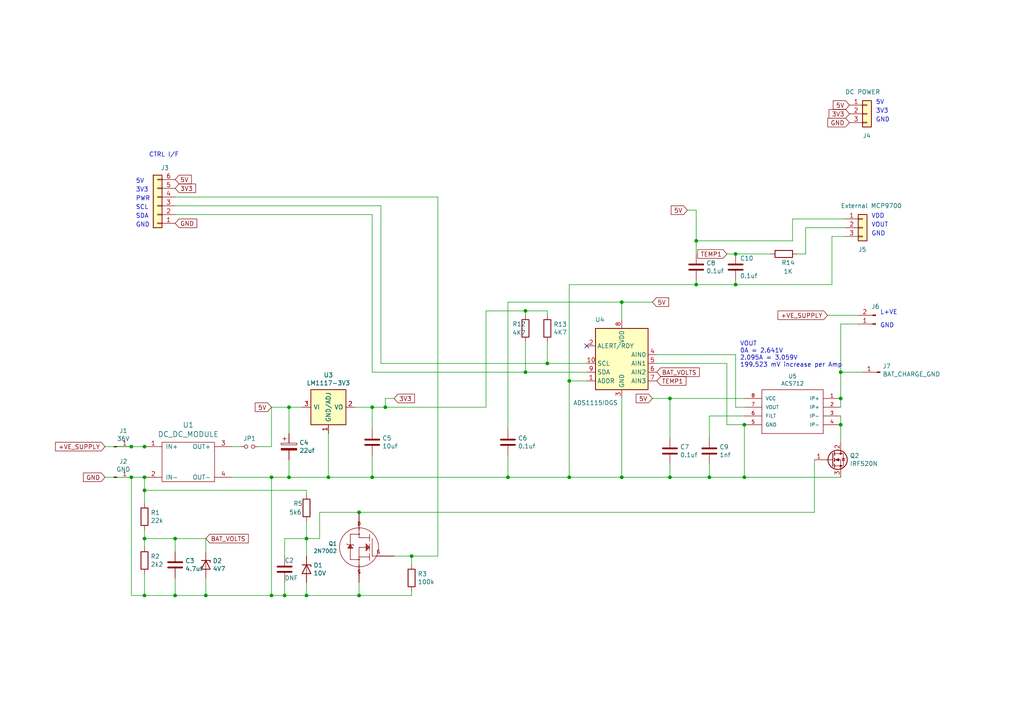
<source format=kicad_sch>
(kicad_sch (version 20211123) (generator eeschema)
  (paper "A4")
  (title_block (title "BatMon") (rev "1.0"))
  (lib_symbols
    (symbol "Analog_ADC:ADS1115IDGS"
      (property "Reference" "U" (at 2.54 13.97 0))
      (property "Value" "ADS1115IDGS" (at 7.62 11.43 0))
      (symbol "ADS1115IDGS_0_1"
        (rectangle (start -7.62 10.16) (end 7.62 -7.62) (stroke (width 0.254)) (fill (type background)))
      )
      (symbol "ADS1115IDGS_1_1"
        (pin input line (at 10.16 -5.08 180) (length 2.54) (name "ADDR") (number "1"))
        (pin input line (at 10.16 0 180) (length 2.54) (name "SCL") (number "10"))
        (pin output line (at 10.16 5.08 180) (length 2.54) (name "ALERT/RDY") (number "2"))
        (pin power_in line (at 0 -10.16 90) (length 2.54) (name "GND") (number "3"))
        (pin input line (at -10.16 2.54 0) (length 2.54) (name "AIN0") (number "4"))
        (pin input line (at -10.16 0 0) (length 2.54) (name "AIN1") (number "5"))
        (pin input line (at -10.16 -2.54 0) (length 2.54) (name "AIN2") (number "6"))
        (pin input line (at -10.16 -5.08 0) (length 2.54) (name "AIN3") (number "7"))
        (pin power_in line (at 0 12.7 270) (length 2.54) (name "VDD") (number "8"))
        (pin bidirectional line (at 10.16 -2.54 180) (length 2.54) (name "SDA") (number "9"))
      )
    )
    (symbol "Connector:Conn_01x01_Male" (pin_names (offset 1.016) hide)
      (property "Reference" "J" (at 0 2.54 0))
      (property "Value" "Conn_01x01_Male" (at 0 -2.54 0))
      (symbol "Conn_01x01_Male_1_1"
        (polyline (pts (xy 1.27 0) (xy 0.8636 0)) (stroke (width 0.1524)))
        (rectangle (start 0.8636 0.127) (end 0 -0.127) (stroke (width 0.1524)) (fill (type outline)))
        (pin passive line (at 5.08 0 180) (length 3.81) (name "Pin_1") (number "1"))
      )
    )
    (symbol "Connector:Conn_01x02_Male" (pin_names (offset 1.016) hide)
      (property "Reference" "J" (at 0 2.54 0))
      (property "Value" "Conn_01x02_Male" (at 0 -5.08 0))
      (symbol "Conn_01x02_Male_1_1"
        (polyline (pts (xy 1.27 -2.54) (xy 0.8636 -2.54)) (stroke (width 0.1524)))
        (polyline (pts (xy 1.27 0) (xy 0.8636 0)) (stroke (width 0.1524)))
        (rectangle (start 0.8636 -2.413) (end 0 -2.667) (stroke (width 0.1524)) (fill (type outline)))
        (rectangle (start 0.8636 0.127) (end 0 -0.127) (stroke (width 0.1524)) (fill (type outline)))
        (pin passive line (at 5.08 0 180) (length 3.81) (name "Pin_1") (number "1"))
        (pin passive line (at 5.08 -2.54 180) (length 3.81) (name "Pin_2") (number "2"))
      )
    )
    (symbol "Connector_Generic:Conn_01x03" (pin_names (offset 1.016) hide)
      (property "Reference" "J" (at 0 5.08 0))
      (property "Value" "Conn_01x03" (at 0 -5.08 0))
      (symbol "Conn_01x03_1_1"
        (rectangle (start -1.27 -2.413) (end 0 -2.667) (stroke (width 0.1524)))
        (rectangle (start -1.27 0.127) (end 0 -0.127) (stroke (width 0.1524)))
        (rectangle (start -1.27 2.667) (end 0 2.413) (stroke (width 0.1524)))
        (rectangle (start -1.27 3.81) (end 1.27 -3.81) (stroke (width 0.254)) (fill (type background)))
        (pin passive line (at -5.08 2.54 0) (length 3.81) (name "Pin_1") (number "1"))
        (pin passive line (at -5.08 0 0) (length 3.81) (name "Pin_2") (number "2"))
        (pin passive line (at -5.08 -2.54 0) (length 3.81) (name "Pin_3") (number "3"))
      )
    )
    (symbol "Connector_Generic:Conn_01x06" (pin_names (offset 1.016) hide)
      (property "Reference" "J" (at 0 7.62 0))
      (property "Value" "Conn_01x06" (at 0 -10.16 0))
      (symbol "Conn_01x06_1_1"
        (rectangle (start -1.27 -7.493) (end 0 -7.747) (stroke (width 0.1524)))
        (rectangle (start -1.27 -4.953) (end 0 -5.207) (stroke (width 0.1524)))
        (rectangle (start -1.27 -2.413) (end 0 -2.667) (stroke (width 0.1524)))
        (rectangle (start -1.27 0.127) (end 0 -0.127) (stroke (width 0.1524)))
        (rectangle (start -1.27 2.667) (end 0 2.413) (stroke (width 0.1524)))
        (rectangle (start -1.27 5.207) (end 0 4.953) (stroke (width 0.1524)))
        (rectangle (start -1.27 6.35) (end 1.27 -8.89) (stroke (width 0.254)) (fill (type background)))
        (pin passive line (at -5.08 5.08 0) (length 3.81) (name "Pin_1") (number "1"))
        (pin passive line (at -5.08 2.54 0) (length 3.81) (name "Pin_2") (number "2"))
        (pin passive line (at -5.08 0 0) (length 3.81) (name "Pin_3") (number "3"))
        (pin passive line (at -5.08 -2.54 0) (length 3.81) (name "Pin_4") (number "4"))
        (pin passive line (at -5.08 -5.08 0) (length 3.81) (name "Pin_5") (number "5"))
        (pin passive line (at -5.08 -7.62 0) (length 3.81) (name "Pin_6") (number "6"))
      )
    )
    (symbol "Device:C" (pin_numbers hide) (pin_names (offset 0.254))
      (property "Reference" "C" (at 0.635 2.54 0))
      (property "Value" "C" (at 0.635 -2.54 0))
      (symbol "C_0_1"
        (polyline (pts (xy -2.032 -0.762) (xy 2.032 -0.762)) (stroke (width 0.508)))
        (polyline (pts (xy -2.032 0.762) (xy 2.032 0.762)) (stroke (width 0.508)))
      )
      (symbol "C_1_1"
        (pin passive line (at 0 3.81 270) (length 2.794) (name "~") (number "1"))
        (pin passive line (at 0 -3.81 90) (length 2.794) (name "~") (number "2"))
      )
    )
    (symbol "Device:CP" (pin_numbers hide) (pin_names (offset 0.254))
      (property "Reference" "C" (at 0.635 2.54 0))
      (property "Value" "Device_CP" (at 0.635 -2.54 0))
      (symbol "CP_0_1"
        (rectangle (start -2.286 0.508) (end 2.286 1.016))
        (polyline (pts (xy -1.778 2.286) (xy -0.762 2.286)))
        (polyline (pts (xy -1.27 2.794) (xy -1.27 1.778)))
        (rectangle (start 2.286 -0.508) (end -2.286 -1.016) (fill (type outline)))
      )
      (symbol "CP_1_1"
        (pin passive line (at 0 3.81 270) (length 2.794) (name "~") (number "1"))
        (pin passive line (at 0 -3.81 90) (length 2.794) (name "~") (number "2"))
      )
    )
    (symbol "Device:D_Zener" (pin_numbers hide) (pin_names (offset 1.016) hide)
      (property "Reference" "D" (at 0 2.54 0))
      (property "Value" "D_Zener" (at 0 -2.54 0))
      (symbol "D_Zener_0_1"
        (polyline (pts (xy 1.27 0) (xy -1.27 0)))
        (polyline (pts (xy -1.27 -1.27) (xy -1.27 1.27) (xy -0.762 1.27)) (stroke (width 0.254)))
        (polyline (pts (xy 1.27 -1.27) (xy 1.27 1.27) (xy -1.27 0) (xy 1.27 -1.27)) (stroke (width 0.254)))
      )
      (symbol "D_Zener_1_1"
        (pin passive line (at -3.81 0 0) (length 2.54) (name "K") (number "1"))
        (pin passive line (at 3.81 0 180) (length 2.54) (name "A") (number "2"))
      )
    )
    (symbol "Device:Jumper_NO_Small" (pin_numbers hide) (pin_names (offset 0.762) hide)
      (property "Reference" "JP" (at 0 2.032 0))
      (property "Value" "Device_Jumper_NO_Small" (at 0.254 -1.524 0))
      (symbol "Jumper_NO_Small_0_1"
        (circle (center -1.016 0) (radius 0.508))
        (circle (center 1.016 0) (radius 0.508))
        (pin passive line (at -2.54 0 0) (length 1.016) (name "1") (number "1"))
        (pin passive line (at 2.54 0 180) (length 1.016) (name "2") (number "2"))
      )
    )
    (symbol "Device:Q_NMOS_GDS" (pin_names (offset 0) hide)
      (property "Reference" "Q" (at 5.08 1.27 0))
      (property "Value" "Q_NMOS_GDS" (at 5.08 -1.27 0))
      (symbol "Q_NMOS_GDS_0_1"
        (polyline (pts (xy 0.254 0) (xy -2.54 0)))
        (polyline (pts (xy 0.254 1.905) (xy 0.254 -1.905)) (stroke (width 0.254)))
        (polyline (pts (xy 0.762 -1.27) (xy 0.762 -2.286)) (stroke (width 0.254)))
        (polyline (pts (xy 0.762 0.508) (xy 0.762 -0.508)) (stroke (width 0.254)))
        (polyline (pts (xy 0.762 2.286) (xy 0.762 1.27)) (stroke (width 0.254)))
        (polyline (pts (xy 2.54 2.54) (xy 2.54 1.778)))
        (polyline (pts (xy 2.54 -2.54) (xy 2.54 0) (xy 0.762 0)))
        (polyline (pts (xy 0.762 -1.778) (xy 3.302 -1.778) (xy 3.302 1.778) (xy 0.762 1.778)))
        (polyline (pts (xy 1.016 0) (xy 2.032 0.381) (xy 2.032 -0.381) (xy 1.016 0)) (fill (type outline)))
        (polyline (pts (xy 2.794 0.508) (xy 2.921 0.381) (xy 3.683 0.381) (xy 3.81 0.254)))
        (polyline (pts (xy 3.302 0.381) (xy 2.921 -0.254) (xy 3.683 -0.254) (xy 3.302 0.381)))
        (circle (center 1.651 0) (radius 2.794) (stroke (width 0.254)))
        (circle (center 2.54 -1.778) (radius 0.254) (fill (type outline)))
        (circle (center 2.54 1.778) (radius 0.254) (fill (type outline)))
      )
      (symbol "Q_NMOS_GDS_1_1"
        (pin input line (at -5.08 0 0) (length 2.54) (name "G") (number "1"))
        (pin passive line (at 2.54 5.08 270) (length 2.54) (name "D") (number "2"))
        (pin passive line (at 2.54 -5.08 90) (length 2.54) (name "S") (number "3"))
      )
    )
    (symbol "Device:R" (pin_numbers hide) (pin_names (offset 0))
      (property "Reference" "R" (at 2.032 0 90))
      (property "Value" "R" (at 0 0 90))
      (symbol "R_0_1"
        (rectangle (start -1.016 -2.54) (end 1.016 2.54) (stroke (width 0.254)))
      )
      (symbol "R_1_1"
        (pin passive line (at 0 3.81 270) (length 1.27) (name "~") (number "1"))
        (pin passive line (at 0 -3.81 90) (length 1.27) (name "~") (number "2"))
      )
    )
    (symbol "pja_1:2N7002" (pin_numbers hide) (pin_names (offset 1.016) hide)
      (property "Reference" "Q" (at 6.604 0.762 0))
      (property "Value" "2N7002" (at 6.604 -1.524 0))
      (symbol "2N7002_1_0"
        (polyline (pts (xy -5.08 -2.54) (xy -3.81 -2.54)))
        (polyline (pts (xy -3.81 -2.54) (xy -3.81 2.54)))
        (polyline (pts (xy -3.048 -2.794) (xy -3.048 -3.81)))
        (polyline (pts (xy -3.048 -2.794) (xy 0 -2.794)))
        (polyline (pts (xy -3.048 -1.778) (xy -3.048 -2.794)))
        (polyline (pts (xy -3.048 0) (xy -3.048 -1.016)))
        (polyline (pts (xy -3.048 0) (xy -2.032 1.016)))
        (polyline (pts (xy -3.048 1.016) (xy -3.048 0)))
        (polyline (pts (xy -3.048 1.778) (xy -3.048 2.794)))
        (polyline (pts (xy -3.048 2.794) (xy -3.048 3.81)))
        (polyline (pts (xy -3.048 2.794) (xy 0 2.794)))
        (polyline (pts (xy -2.794 0) (xy -2.54 0.254)))
        (polyline (pts (xy -2.54 -0.508) (xy -3.048 0)))
        (polyline (pts (xy -2.54 -0.508) (xy -2.54 -0.254)))
        (polyline (pts (xy -2.54 -0.254) (xy -2.794 0)))
        (polyline (pts (xy -2.413 0.381) (xy -2.413 -0.381)))
        (polyline (pts (xy -2.286 0.508) (xy -2.286 -0.508)))
        (polyline (pts (xy -2.159 -0.762) (xy -2.159 0.762)))
        (polyline (pts (xy -2.032 -1.016) (xy -2.54 -0.508)))
        (polyline (pts (xy -2.032 0) (xy -2.032 -1.016)))
        (polyline (pts (xy -2.032 0) (xy 0 0)))
        (polyline (pts (xy -2.032 1.016) (xy -2.032 0)))
        (polyline (pts (xy 0 -3.556) (xy 0 -5.588)))
        (polyline (pts (xy 0 -2.794) (xy 0 -3.556)))
        (polyline (pts (xy 0 0) (xy 0 -2.794)))
        (polyline (pts (xy 0 2.794) (xy 0 3.81)))
        (polyline (pts (xy 0 3.81) (xy 0 5.588)))
        (polyline (pts (xy 0 3.81) (xy 2.54 3.81)))
        (polyline (pts (xy 1.778 -0.254) (xy 3.302 -0.254)))
        (polyline (pts (xy 1.778 0.762) (xy 1.524 0.508)))
        (polyline (pts (xy 2.159 0.127) (xy 2.54 0.127)))
        (polyline (pts (xy 2.286 0.254) (xy 2.413 0.381)))
        (polyline (pts (xy 2.54 -3.556) (xy 0 -3.556)))
        (polyline (pts (xy 2.54 -0.127) (xy 2.032 -0.127)))
        (polyline (pts (xy 2.54 -0.127) (xy 2.54 -3.556)))
        (polyline (pts (xy 2.54 -0.127) (xy 3.048 -0.127)))
        (polyline (pts (xy 2.54 0.127) (xy 2.54 -0.127)))
        (polyline (pts (xy 2.54 0.127) (xy 2.921 0.127)))
        (polyline (pts (xy 2.54 0.508) (xy 2.54 0.127)))
        (polyline (pts (xy 2.54 0.762) (xy 1.778 -0.254)))
        (polyline (pts (xy 2.54 0.762) (xy 1.778 0.762)))
        (polyline (pts (xy 2.54 0.762) (xy 2.54 0.508)))
        (polyline (pts (xy 2.54 0.762) (xy 3.302 0.762)))
        (polyline (pts (xy 2.54 3.81) (xy 2.54 0.762)))
        (polyline (pts (xy 2.921 0.127) (xy 2.54 0.508)))
        (polyline (pts (xy 3.302 -0.254) (xy 2.54 0.762)))
        (polyline (pts (xy 3.302 0.762) (xy 3.556 1.016)))
        (text "D" (at -0.0254 6.858 0) (effects (font (size 1.016 1.016))))
        (text "G" (at -5.6134 -1.27 0) (effects (font (size 1.016 1.016))))
        (text "S" (at -0.0254 -7.112 0) (effects (font (size 1.016 1.016))))
      )
      (symbol "2N7002_1_1"
        (circle (center 0 -3.556) (radius 0.127) (fill (type outline)))
        (circle (center 0 0) (radius 5.6642))
        (circle (center 0 3.81) (radius 0.127) (fill (type outline)))
        (pin tri_state line (at -10.16 -2.54 0) (length 5.08) (name "G") (number "1"))
        (pin passive line (at 0 -10.16 90) (length 5.08) (name "S") (number "2"))
        (pin passive line (at 0 10.16 270) (length 5.08) (name "D") (number "3"))
      )
    )
    (symbol "pja_1:ACS712" (pin_names (offset 1.016))
      (property "Reference" "U" (at -10.16 8.382 0))
      (property "Value" "ACS712" (at -10.16 -7.62 0))
      (symbol "ACS712_1_0"
        (polyline (pts (xy -10.16 -5.08) (xy -10.16 7.62)))
        (polyline (pts (xy -10.16 7.62) (xy 7.62 7.62)))
        (polyline (pts (xy 7.62 -5.08) (xy -10.16 -5.08)))
        (polyline (pts (xy 7.62 7.62) (xy 7.62 -5.08)))
      )
      (symbol "ACS712_1_1"
        (pin bidirectional line (at -15.24 5.08 0) (length 5.08) (name "IP+") (number "1"))
        (pin bidirectional line (at -15.24 2.54 0) (length 5.08) (name "IP+") (number "2"))
        (pin bidirectional line (at -15.24 0 0) (length 5.08) (name "IP-") (number "3"))
        (pin bidirectional line (at -15.24 -2.54 0) (length 5.08) (name "IP-") (number "4"))
        (pin power_in line (at 12.7 -2.54 180) (length 5.08) (name "GND") (number "5"))
        (pin bidirectional line (at 12.7 0 180) (length 5.08) (name "FILT") (number "6"))
        (pin bidirectional line (at 12.7 2.54 180) (length 5.08) (name "VOUT") (number "7"))
        (pin power_in line (at 12.7 5.08 180) (length 5.08) (name "VCC") (number "8"))
      )
    )
    (symbol "pja_1:DC_DC_MODULE" (pin_names (offset 1.016))
      (property "Reference" "U" (at 2.54 7.62 0))
      (property "Value" "DC_DC_MODULE" (at 2.54 -6.35 0))
      (symbol "DC_DC_MODULE_0_1"
        (rectangle (start -5.08 6.35) (end 10.16 -5.08))
      )
      (symbol "DC_DC_MODULE_1_1"
        (pin power_in line (at -10.16 5.08 0) (length 5.08) (name "IN+") (number "1"))
        (pin power_in line (at -10.16 -3.81 0) (length 5.08) (name "IN-") (number "2"))
        (pin power_out line (at 15.24 5.08 180) (length 5.08) (name "OUT+") (number "3"))
        (pin power_out line (at 15.24 -3.81 180) (length 5.08) (name "OUT-") (number "4"))
      )
    )
    (symbol "pja_1:LM1117-3V3" (pin_names (offset 0.762))
      (property "Reference" "U" (at 2.54 -6.35 0))
      (property "Value" "LM1117-3V3" (at 0 6.35 0))
      (symbol "LM1117-3V3_0_1"
        (rectangle (start -5.08 -5.08) (end 5.08 5.08) (stroke (width 0.254)) (fill (type background)))
      )
      (symbol "LM1117-3V3_1_1"
        (pin power_in line (at 0 -7.62 90) (length 2.54) (name "GND/ADJ") (number "1"))
        (pin power_out line (at 7.62 0 180) (length 2.54) (name "VO") (number "2"))
        (pin power_in line (at -7.62 0 0) (length 2.54) (name "VI") (number "3"))
      )
    )
  )
  (junction (at 111.76 118.11))
  (junction (at 41.91 156.21))
  (junction (at 88.9 172.72))
  (junction (at 50.8 172.72))
  (junction (at 243.84 107.95))
  (junction (at 88.9 156.21))
  (junction (at 152.4 90.17))
  (junction (at 158.75 105.41))
  (junction (at 82.55 172.72))
  (junction (at 215.9 138.43))
  (junction (at 41.91 142.24))
  (junction (at 243.84 123.19))
  (junction (at 194.31 138.43))
  (junction (at 205.74 138.43))
  (junction (at 180.34 87.63))
  (junction (at 83.82 118.11))
  (junction (at 119.38 161.29))
  (junction (at 243.84 115.57))
  (junction (at 38.1 129.54))
  (junction (at 165.1 110.49))
  (junction (at 213.36 82.55))
  (junction (at 41.91 172.72))
  (junction (at 180.34 138.43))
  (junction (at 107.95 118.11))
  (junction (at 59.69 172.72))
  (junction (at 165.1 138.43))
  (junction (at 152.4 107.95))
  (junction (at 41.91 138.43))
  (junction (at 50.8 156.21))
  (junction (at 41.91 129.54))
  (junction (at 201.93 69.85))
  (junction (at 78.74 172.72))
  (junction (at 213.36 73.66))
  (junction (at 107.95 138.43))
  (junction (at 83.82 138.43))
  (junction (at 194.31 115.57))
  (junction (at 95.25 138.43))
  (junction (at 147.32 138.43))
  (junction (at 201.93 82.55))
  (junction (at 38.1 138.43))
  (junction (at 215.9 123.19))
  (junction (at 78.74 138.43))
  (junction (at 104.14 172.72))
  (junction (at 104.14 148.59))
  (no_connect (at 170.18 100.33))
  (wire (pts (xy 78.74 118.11) (xy 78.74 129.54)))
  (wire (pts (xy 190.5 105.41) (xy 210.82 105.41)))
  (wire (pts (xy 215.9 123.19) (xy 215.9 138.43)))
  (wire (pts (xy 110.49 105.41) (xy 158.75 105.41)))
  (wire (pts (xy 165.1 110.49) (xy 165.1 138.43)))
  (wire (pts (xy 213.36 73.66) (xy 210.82 73.66)))
  (wire (pts (xy 180.34 87.63) (xy 189.23 87.63)))
  (wire (pts (xy 215.9 118.11) (xy 213.36 118.11)))
  (wire (pts (xy 41.91 142.24) (xy 88.9 142.24)))
  (wire (pts (xy 231.14 73.66) (xy 233.68 73.66)))
  (wire (pts (xy 41.91 172.72) (xy 38.1 172.72)))
  (wire (pts (xy 248.92 91.44) (xy 240.03 91.44)))
  (wire (pts (xy 213.36 118.11) (xy 213.36 102.87)))
  (wire (pts (xy 152.4 90.17) (xy 158.75 90.17)))
  (wire (pts (xy 243.84 107.95) (xy 250.19 107.95)))
  (wire (pts (xy 127 57.15) (xy 127 161.29)))
  (wire (pts (xy 83.82 118.11) (xy 78.74 118.11)))
  (wire (pts (xy 205.74 120.65) (xy 205.74 127)))
  (wire (pts (xy 119.38 172.72) (xy 104.14 172.72)))
  (wire (pts (xy 88.9 168.91) (xy 88.9 172.72)))
  (wire (pts (xy 88.9 142.24) (xy 88.9 143.51)))
  (wire (pts (xy 147.32 138.43) (xy 165.1 138.43)))
  (wire (pts (xy 119.38 163.83) (xy 119.38 161.29)))
  (wire (pts (xy 50.8 156.21) (xy 59.69 156.21)))
  (wire (pts (xy 236.22 148.59) (xy 104.14 148.59)))
  (wire (pts (xy 210.82 105.41) (xy 210.82 123.19)))
  (wire (pts (xy 194.31 138.43) (xy 205.74 138.43)))
  (wire (pts (xy 41.91 153.67) (xy 41.91 156.21)))
  (wire (pts (xy 213.36 102.87) (xy 190.5 102.87)))
  (wire (pts (xy 241.3 68.58) (xy 241.3 82.55)))
  (wire (pts (xy 50.8 167.64) (xy 50.8 172.72)))
  (wire (pts (xy 38.1 172.72) (xy 38.1 138.43)))
  (wire (pts (xy 82.55 161.29) (xy 82.55 156.21)))
  (wire (pts (xy 201.93 60.96) (xy 201.93 69.85)))
  (wire (pts (xy 127 161.29) (xy 119.38 161.29)))
  (wire (pts (xy 114.3 115.57) (xy 111.76 115.57)))
  (wire (pts (xy 38.1 138.43) (xy 41.91 138.43)))
  (wire (pts (xy 180.34 87.63) (xy 180.34 92.71)))
  (wire (pts (xy 38.1 129.54) (xy 41.91 129.54)))
  (wire (pts (xy 243.84 107.95) (xy 243.84 93.98)))
  (wire (pts (xy 50.8 160.02) (xy 50.8 156.21)))
  (wire (pts (xy 170.18 110.49) (xy 165.1 110.49)))
  (wire (pts (xy 41.91 129.54) (xy 41.91 129.54)))
  (wire (pts (xy 194.31 115.57) (xy 189.23 115.57)))
  (wire (pts (xy 41.91 142.24) (xy 41.91 146.05)))
  (wire (pts (xy 152.4 91.44) (xy 152.4 90.17)))
  (wire (pts (xy 87.63 118.11) (xy 83.82 118.11)))
  (wire (pts (xy 119.38 171.45) (xy 119.38 172.72)))
  (wire (pts (xy 59.69 156.21) (xy 59.69 160.02)))
  (wire (pts (xy 165.1 110.49) (xy 165.1 82.55)))
  (wire (pts (xy 194.31 134.62) (xy 194.31 138.43)))
  (wire (pts (xy 50.8 172.72) (xy 59.69 172.72)))
  (wire (pts (xy 59.69 172.72) (xy 78.74 172.72)))
  (wire (pts (xy 102.87 118.11) (xy 107.95 118.11)))
  (wire (pts (xy 88.9 151.13) (xy 88.9 156.21)))
  (wire (pts (xy 147.32 124.46) (xy 147.32 87.63)))
  (wire (pts (xy 180.34 115.57) (xy 180.34 138.43)))
  (wire (pts (xy 165.1 138.43) (xy 180.34 138.43)))
  (wire (pts (xy 50.8 62.23) (xy 107.95 62.23)))
  (wire (pts (xy 194.31 127) (xy 194.31 115.57)))
  (wire (pts (xy 41.91 138.43) (xy 41.91 142.24)))
  (wire (pts (xy 107.95 118.11) (xy 111.76 118.11)))
  (wire (pts (xy 107.95 132.08) (xy 107.95 138.43)))
  (wire (pts (xy 140.97 118.11) (xy 140.97 90.17)))
  (wire (pts (xy 152.4 107.95) (xy 170.18 107.95)))
  (wire (pts (xy 111.76 118.11) (xy 140.97 118.11)))
  (wire (pts (xy 229.87 63.5) (xy 229.87 69.85)))
  (wire (pts (xy 107.95 107.95) (xy 152.4 107.95)))
  (wire (pts (xy 213.36 82.55) (xy 241.3 82.55)))
  (wire (pts (xy 88.9 156.21) (xy 88.9 161.29)))
  (wire (pts (xy 243.84 120.65) (xy 243.84 123.19)))
  (wire (pts (xy 95.25 125.73) (xy 95.25 138.43)))
  (wire (pts (xy 229.87 69.85) (xy 201.93 69.85)))
  (wire (pts (xy 92.71 148.59) (xy 92.71 156.21)))
  (wire (pts (xy 170.18 105.41) (xy 158.75 105.41)))
  (wire (pts (xy 215.9 120.65) (xy 205.74 120.65)))
  (wire (pts (xy 82.55 156.21) (xy 88.9 156.21)))
  (wire (pts (xy 199.39 60.96) (xy 201.93 60.96)))
  (wire (pts (xy 158.75 90.17) (xy 158.75 91.44)))
  (wire (pts (xy 30.48 129.54) (xy 38.1 129.54)))
  (wire (pts (xy 41.91 156.21) (xy 41.91 158.75)))
  (wire (pts (xy 107.95 62.23) (xy 107.95 107.95)))
  (wire (pts (xy 88.9 172.72) (xy 104.14 172.72)))
  (wire (pts (xy 119.38 161.29) (xy 114.3 161.29)))
  (wire (pts (xy 243.84 118.11) (xy 243.84 115.57)))
  (wire (pts (xy 213.36 81.28) (xy 213.36 82.55)))
  (wire (pts (xy 236.22 133.35) (xy 236.22 148.59)))
  (wire (pts (xy 67.31 129.54) (xy 69.85 129.54)))
  (wire (pts (xy 210.82 123.19) (xy 215.9 123.19)))
  (wire (pts (xy 158.75 99.06) (xy 158.75 105.41)))
  (wire (pts (xy 243.84 123.19) (xy 243.84 128.27)))
  (wire (pts (xy 201.93 81.28) (xy 201.93 82.55)))
  (wire (pts (xy 194.31 115.57) (xy 215.9 115.57)))
  (wire (pts (xy 78.74 172.72) (xy 82.55 172.72)))
  (wire (pts (xy 67.31 138.43) (xy 78.74 138.43)))
  (wire (pts (xy 83.82 125.73) (xy 83.82 118.11)))
  (wire (pts (xy 82.55 172.72) (xy 88.9 172.72)))
  (wire (pts (xy 107.95 118.11) (xy 107.95 124.46)))
  (wire (pts (xy 215.9 138.43) (xy 243.84 138.43)))
  (wire (pts (xy 201.93 69.85) (xy 201.93 73.66)))
  (wire (pts (xy 243.84 93.98) (xy 248.92 93.98)))
  (wire (pts (xy 205.74 138.43) (xy 215.9 138.43)))
  (wire (pts (xy 38.1 138.43) (xy 30.48 138.43)))
  (wire (pts (xy 245.11 63.5) (xy 229.87 63.5)))
  (wire (pts (xy 78.74 138.43) (xy 83.82 138.43)))
  (wire (pts (xy 50.8 156.21) (xy 41.91 156.21)))
  (wire (pts (xy 95.25 138.43) (xy 107.95 138.43)))
  (wire (pts (xy 245.11 68.58) (xy 241.3 68.58)))
  (wire (pts (xy 41.91 172.72) (xy 50.8 172.72)))
  (wire (pts (xy 50.8 59.69) (xy 110.49 59.69)))
  (wire (pts (xy 147.32 132.08) (xy 147.32 138.43)))
  (wire (pts (xy 41.91 166.37) (xy 41.91 172.72)))
  (wire (pts (xy 83.82 138.43) (xy 95.25 138.43)))
  (wire (pts (xy 165.1 82.55) (xy 201.93 82.55)))
  (wire (pts (xy 78.74 172.72) (xy 78.74 138.43)))
  (wire (pts (xy 140.97 90.17) (xy 152.4 90.17)))
  (wire (pts (xy 74.93 129.54) (xy 78.74 129.54)))
  (wire (pts (xy 83.82 133.35) (xy 83.82 138.43)))
  (wire (pts (xy 107.95 138.43) (xy 147.32 138.43)))
  (wire (pts (xy 59.69 167.64) (xy 59.69 172.72)))
  (wire (pts (xy 243.84 115.57) (xy 243.84 107.95)))
  (wire (pts (xy 180.34 138.43) (xy 194.31 138.43)))
  (wire (pts (xy 104.14 168.91) (xy 104.14 172.72)))
  (wire (pts (xy 104.14 148.59) (xy 92.71 148.59)))
  (wire (pts (xy 92.71 156.21) (xy 88.9 156.21)))
  (wire (pts (xy 50.8 57.15) (xy 127 57.15)))
  (wire (pts (xy 245.11 66.04) (xy 233.68 66.04)))
  (wire (pts (xy 147.32 87.63) (xy 180.34 87.63)))
  (wire (pts (xy 205.74 134.62) (xy 205.74 138.43)))
  (wire (pts (xy 201.93 82.55) (xy 213.36 82.55)))
  (wire (pts (xy 110.49 105.41) (xy 110.49 59.69)))
  (wire (pts (xy 233.68 66.04) (xy 233.68 73.66)))
  (wire (pts (xy 152.4 99.06) (xy 152.4 107.95)))
  (wire (pts (xy 82.55 168.91) (xy 82.55 172.72)))
  (wire (pts (xy 111.76 115.57) (xy 111.76 118.11)))
  (wire (pts (xy 213.36 73.66) (xy 223.52 73.66)))
  (text "5V" (at 254 30.48 0) (effects (font (size 1.27 1.27)) (justify left bottom)))
  (text "GND" (at 252.73 68.58 0) (effects (font (size 1.27 1.27)) (justify left bottom)))
  (text "L+VE" (at 255.27 91.44 0) (effects (font (size 1.27 1.27)) (justify left bottom)))
  (text "5V" (at 39.37 53.34 0) (effects (font (size 1.27 1.27)) (justify left bottom)))
  (text "VOUT \n0A = 2.641V\n2.095A = 3.059V\n199.523 mV increase per Amp" (at 214.63 106.68 0) (effects (font (size 1.27 1.27)) (justify left bottom)))
  (text "SCL" (at 39.37 60.96 0) (effects (font (size 1.27 1.27)) (justify left bottom)))
  (text "3V3" (at 39.37 55.88 0) (effects (font (size 1.27 1.27)) (justify left bottom)))
  (text "VOUT" (at 252.73 66.04 0) (effects (font (size 1.27 1.27)) (justify left bottom)))
  (text "PWR" (at 39.37 58.42 0) (effects (font (size 1.27 1.27)) (justify left bottom)))
  (text "GND" (at 39.37 66.04 0) (effects (font (size 1.27 1.27)) (justify left bottom)))
  (text "3V3" (at 254 33.02 0) (effects (font (size 1.27 1.27)) (justify left bottom)))
  (text "GND" (at 254 35.56 0) (effects (font (size 1.27 1.27)) (justify left bottom)))
  (text "SDA" (at 39.37 63.5 0) (effects (font (size 1.27 1.27)) (justify left bottom)))
  (text "GND" (at 255.27 95.25 0) (effects (font (size 1.27 1.27)) (justify left bottom)))
  (text "CTRL I/F" (at 43.18 45.72 0) (effects (font (size 1.27 1.27)) (justify left bottom)))
  (text "VDD" (at 252.73 63.5 0) (effects (font (size 1.27 1.27)) (justify left bottom)))
  (global_label "GND" (shape input) (at 246.38 35.56 180) (property "Intersheet References" "${INTERSHEET_REFS}" (effects hide)))
  (global_label "BAT_VOLTS" (shape input) (at 59.69 156.21 0) (property "Intersheet References" "${INTERSHEET_REFS}" (effects hide)))
  (global_label "3V3" (shape input) (at 114.3 115.57 0) (property "Intersheet References" "${INTERSHEET_REFS}" (effects hide)))
  (global_label "5V" (shape input) (at 189.23 87.63 0) (property "Intersheet References" "${INTERSHEET_REFS}" (effects hide)))
  (global_label "3V3" (shape input) (at 50.8 54.61 0) (property "Intersheet References" "${INTERSHEET_REFS}" (effects hide)))
  (global_label "5V" (shape input) (at 246.38 30.48 180) (property "Intersheet References" "${INTERSHEET_REFS}" (effects hide)))
  (global_label "5V" (shape input) (at 78.74 118.11 180) (property "Intersheet References" "${INTERSHEET_REFS}" (effects hide)))
  (global_label "GND" (shape input) (at 30.48 138.43 180) (property "Intersheet References" "${INTERSHEET_REFS}" (effects hide)))
  (global_label "GND" (shape input) (at 50.8 64.77 0) (property "Intersheet References" "${INTERSHEET_REFS}" (effects hide)))
  (global_label "+VE_SUPPLY" (shape input) (at 30.48 129.54 180) (property "Intersheet References" "${INTERSHEET_REFS}" (effects hide)))
  (global_label "5V" (shape input) (at 199.39 60.96 180) (property "Intersheet References" "${INTERSHEET_REFS}" (effects hide)))
  (global_label "TEMP1" (shape input) (at 210.82 73.66 180) (property "Intersheet References" "${INTERSHEET_REFS}" (effects hide)))
  (global_label "+VE_SUPPLY" (shape input) (at 240.03 91.44 180) (property "Intersheet References" "${INTERSHEET_REFS}" (effects hide)))
  (global_label "BAT_VOLTS" (shape input) (at 190.5 107.95 0) (property "Intersheet References" "${INTERSHEET_REFS}" (effects hide)))
  (global_label "3V3" (shape input) (at 246.38 33.02 180) (property "Intersheet References" "${INTERSHEET_REFS}" (effects hide)))
  (global_label "TEMP1" (shape input) (at 190.5 110.49 0) (property "Intersheet References" "${INTERSHEET_REFS}" (effects hide)))
  (global_label "5V" (shape input) (at 189.23 115.57 180) (property "Intersheet References" "${INTERSHEET_REFS}" (effects hide)))
  (global_label "5V" (shape input) (at 50.8 52.07 0) (property "Intersheet References" "${INTERSHEET_REFS}" (effects hide)))
  (symbol (lib_id "Analog_ADC:ADS1115IDGS") (at 180.34 105.41 0) (mirror y) (unit 1)
    (property "Reference" "U4" (at 173.99 92.71 0))
    (property "Value" "ADS1115IDGS" (at 172.72 116.84 0))
    (property "Footprint" "Package_SO:TSSOP-10_3x3mm_P0.5mm" (effects hide))
    (property "Datasheet" "http://www.ti.com/lit/ds/symlink/ads1113.pdf" (effects hide))
  )
  (symbol (lib_id "pja_1:DC_DC_MODULE") (at 52.07 134.62 0) (unit 1)
    (property "Reference" "U1" (at 54.61 123.2662 0) (effects (font (size 1.524 1.524))))
    (property "Value" "DC_DC_MODULE" (at 54.61 125.9586 0) (effects (font (size 1.524 1.524))))
    (property "Footprint" "PJA_Modules:BUCK_REG_ADJ1_HORIZONTAL" (effects hide))
  )
  (symbol (lib_id "pja_1:LM1117-3V3") (at 95.25 118.11 0) (unit 1)
    (property "Reference" "U3" (at 95.25 108.7882 0))
    (property "Value" "LM1117-3V3" (at 95.25 111.0996 0))
    (property "Footprint" "PJA_From_Eagle:SOT-223" (effects hide))
    (property "Datasheet" "http://www.ti.com/lit/ds/symlink/lm1117.pdf" (effects hide))
  )
  (symbol (lib_id "Device:Q_NMOS_GDS") (at 241.3 133.35 0) (unit 1)
    (property "Reference" "Q2" (at 246.4816 132.1816 0) (effects (justify left)))
    (property "Value" "IRF520N" (at 246.4816 134.493 0) (effects (justify left)))
    (property "Footprint" "Package_TO_SOT_THT:TO-220-3_Vertical" (effects hide))
  )
  (symbol (lib_id "pja_1:ACS712") (at 228.6 120.65 0) (mirror y) (unit 1)
    (property "Reference" "U5" (at 229.87 109.1184 0) (effects (font (size 1.143 1.143))))
    (property "Value" "ACS712" (at 229.87 111.252 0) (effects (font (size 1.143 1.143))))
    (property "Footprint" "Package_SO:SOIC-8-1EP_3.9x4.9mm_P1.27mm_EP2.29x3mm" (effects hide))
  )
  (symbol (lib_id "Device:CP") (at 83.82 129.54 0) (unit 1)
    (property "Reference" "C4" (at 86.8172 128.3716 0) (effects (justify left)))
    (property "Value" "22uf" (at 86.8172 130.683 0) (effects (justify left)))
    (property "Footprint" "Capacitor_Tantalum_SMD:CP_EIA-6032-20_AVX-F_Pad2.25x2.35mm_HandSolder" (effects hide))
  )
  (symbol (lib_id "Device:C") (at 205.74 130.81 0) (unit 1)
    (property "Reference" "C9" (at 208.661 129.6416 0) (effects (justify left)))
    (property "Value" "1nf" (at 208.661 131.953 0) (effects (justify left)))
    (property "Footprint" "Capacitor_SMD:C_0603_1608Metric_Pad1.08x0.95mm_HandSolder" (effects hide))
  )
  (symbol (lib_id "Device:C") (at 107.95 128.27 0) (unit 1)
    (property "Reference" "C5" (at 110.871 127.1016 0) (effects (justify left)))
    (property "Value" "10uf" (at 110.871 129.413 0) (effects (justify left)))
    (property "Footprint" "Capacitor_SMD:C_1206_3216Metric_Pad1.33x1.80mm_HandSolder" (effects hide))
  )
  (symbol (lib_id "Device:C") (at 194.31 130.81 0) (unit 1)
    (property "Reference" "C7" (at 197.231 129.6416 0) (effects (justify left)))
    (property "Value" "0.1uf" (at 197.231 131.953 0) (effects (justify left)))
    (property "Footprint" "Capacitor_SMD:C_0603_1608Metric_Pad1.08x0.95mm_HandSolder" (effects hide))
  )
  (symbol (lib_id "Device:C") (at 147.32 128.27 0) (unit 1)
    (property "Reference" "C6" (at 150.241 127.1016 0) (effects (justify left)))
    (property "Value" "0.1uf" (at 150.241 129.413 0) (effects (justify left)))
    (property "Footprint" "Capacitor_SMD:C_0603_1608Metric_Pad1.08x0.95mm_HandSolder" (effects hide))
  )
  (symbol (lib_id "Device:R") (at 152.4 95.25 0) (unit 1)
    (property "Reference" "R12" (at 148.59 93.98 0) (effects (justify left)))
    (property "Value" "4K7" (at 148.59 96.52 0) (effects (justify left)))
    (property "Footprint" "Resistor_SMD:R_0603_1608Metric_Pad0.98x0.95mm_HandSolder" (effects hide))
  )
  (symbol (lib_id "Device:R") (at 158.75 95.25 0) (unit 1)
    (property "Reference" "R13" (at 160.528 94.0816 0) (effects (justify left)))
    (property "Value" "4K7" (at 160.528 96.393 0) (effects (justify left)))
    (property "Footprint" "Resistor_SMD:R_0603_1608Metric_Pad0.98x0.95mm_HandSolder" (effects hide))
  )
  (symbol (lib_id "Connector:Conn_01x01_Male") (at 255.27 107.95 180) (unit 1)
    (property "Reference" "J7" (at 255.9812 106.2228 0) (effects (justify right)))
    (property "Value" "BAT_CHARGE_GND" (at 255.9812 108.5342 0) (effects (justify right)))
    (property "Footprint" "MountingHole:MountingHole_3.2mm_M3_Pad_Via" (effects hide))
  )
  (symbol (lib_id "Connector:Conn_01x01_Male") (at 33.02 138.43 0) (unit 1)
    (property "Reference" "J2" (at 35.7632 133.8326 0))
    (property "Value" "GND" (at 35.7632 136.144 0))
    (property "Footprint" "MountingHole:MountingHole_3.2mm_M3_Pad_Via" (effects hide))
  )
  (symbol (lib_id "Connector:Conn_01x01_Male") (at 33.02 129.54 0) (unit 1)
    (property "Reference" "J1" (at 35.7632 124.9426 0))
    (property "Value" "36V" (at 35.7632 127.254 0))
    (property "Footprint" "MountingHole:MountingHole_3.2mm_M3_Pad_Via" (effects hide))
  )
  (symbol (lib_id "Device:R") (at 41.91 149.86 0) (unit 1)
    (property "Reference" "R1" (at 43.688 148.6916 0) (effects (justify left)))
    (property "Value" "22k" (at 43.688 151.003 0) (effects (justify left)))
    (property "Footprint" "Resistor_SMD:R_0603_1608Metric_Pad0.98x0.95mm_HandSolder" (effects hide))
  )
  (symbol (lib_id "Device:R") (at 41.91 162.56 0) (unit 1)
    (property "Reference" "R2" (at 43.688 161.3916 0) (effects (justify left)))
    (property "Value" "2k2" (at 43.688 163.703 0) (effects (justify left)))
    (property "Footprint" "Resistor_SMD:R_0603_1608Metric_Pad0.98x0.95mm_HandSolder" (effects hide))
  )
  (symbol (lib_id "Device:C") (at 50.8 163.83 0) (unit 1)
    (property "Reference" "C3" (at 53.721 162.6616 0) (effects (justify left)))
    (property "Value" "4.7uf" (at 53.721 164.973 0) (effects (justify left)))
    (property "Footprint" "Capacitor_SMD:C_0603_1608Metric_Pad1.08x0.95mm_HandSolder" (effects hide))
  )
  (symbol (lib_id "Device:C") (at 201.93 77.47 0) (unit 1)
    (property "Reference" "C8" (at 204.851 76.3016 0) (effects (justify left)))
    (property "Value" "0.1uf" (at 204.851 78.613 0) (effects (justify left)))
    (property "Footprint" "Capacitor_SMD:C_0603_1608Metric_Pad1.08x0.95mm_HandSolder" (effects hide))
  )
  (symbol (lib_id "Device:D_Zener") (at 59.69 163.83 270) (unit 1)
    (property "Reference" "D2" (at 61.6966 162.6616 90) (effects (justify left)))
    (property "Value" "4V7" (at 61.6966 164.973 90) (effects (justify left)))
    (property "Footprint" "Diode_SMD:D_MELF_Handsoldering" (effects hide))
  )
  (symbol (lib_id "Device:C") (at 213.36 77.47 0) (unit 1)
    (property "Reference" "C10" (at 214.63 74.93 0) (effects (justify left)))
    (property "Value" "0.1uf" (at 214.63 80.01 0) (effects (justify left)))
    (property "Footprint" "Capacitor_SMD:C_0603_1608Metric_Pad1.08x0.95mm_HandSolder" (effects hide))
  )
  (symbol (lib_id "Device:D_Zener") (at 88.9 165.1 270) (unit 1)
    (property "Reference" "D1" (at 90.9066 163.9316 90) (effects (justify left)))
    (property "Value" "10V" (at 90.9066 166.243 90) (effects (justify left)))
    (property "Footprint" "Diode_SMD:D_MELF_Handsoldering" (effects hide))
  )
  (symbol (lib_id "Device:R") (at 88.9 147.32 0) (unit 1)
    (property "Reference" "R5" (at 85.09 146.05 0) (effects (justify left)))
    (property "Value" "5k6" (at 83.82 148.59 0) (effects (justify left)))
    (property "Footprint" "Resistor_SMD:R_0603_1608Metric_Pad0.98x0.95mm_HandSolder" (effects hide))
  )
  (symbol (lib_id "pja_1:2N7002") (at 104.14 158.75 0) (mirror y) (unit 1)
    (property "Reference" "Q1" (at 97.7646 157.6832 0) (effects (font (size 1.143 1.143)) (justify left)))
    (property "Value" "2N7002" (at 97.7646 159.8168 0) (effects (font (size 1.143 1.143)) (justify left)))
    (property "Footprint" "pja_1:SOT-23" (effects hide))
  )
  (symbol (lib_id "Device:C") (at 82.55 165.1 0) (unit 1)
    (property "Reference" "C2" (at 82.55 162.56 0) (effects (justify left)))
    (property "Value" "DNF" (at 82.55 167.64 0) (effects (justify left)))
    (property "Footprint" "Capacitor_SMD:C_0603_1608Metric_Pad1.08x0.95mm_HandSolder" (effects hide))
  )
  (symbol (lib_id "Connector_Generic:Conn_01x03") (at 250.19 66.04 0) (unit 1)
    (property "Reference" "J5" (at 248.92 72.39 0) (effects (justify left)))
    (property "Value" "External MCP9700" (at 243.84 59.69 0) (effects (justify left)))
    (property "Footprint" "Connector_JST:JST_EH_B3B-EH-A_1x03_P2.50mm_Vertical" (effects hide))
  )
  (symbol (lib_id "Device:R") (at 227.33 73.66 270) (unit 1)
    (property "Reference" "R14" (at 228.6 76.2 90))
    (property "Value" "1K" (at 228.6 78.74 90))
    (property "Footprint" "Resistor_SMD:R_0603_1608Metric_Pad0.98x0.95mm_HandSolder" (effects hide))
  )
  (symbol (lib_id "Device:Jumper_NO_Small") (at 72.39 129.54 0) (unit 1)
    (property "Reference" "JP1" (at 72.39 127.1778 0))
    (property "Value" "Jumper_NO_Small" (effects hide))
  )
  (symbol (lib_id "Connector_Generic:Conn_01x03") (at 251.46 33.02 0) (unit 1)
    (property "Reference" "J4" (at 250.19 39.37 0) (effects (justify left)))
    (property "Value" "DC POWER" (at 245.11 26.67 0) (effects (justify left)))
    (property "Footprint" "Connector_JST:JST_EH_B3B-EH-A_1x03_P2.50mm_Vertical" (effects hide))
  )
  (symbol (lib_id "Connector_Generic:Conn_01x06") (at 45.72 59.69 180) (unit 1)
    (property "Reference" "J3" (at 47.8028 48.6918 0))
    (property "Value" "Conn_01x06" (effects hide))
  )
  (symbol (lib_id "Connector:Conn_01x02_Male") (at 254 93.98 180) (unit 1)
    (property "Reference" "J6" (at 252.73 88.9 0) (effects (justify right)))
    (property "Value" "Conn_01x02_Male" (effects hide))
  )
  (symbol (lib_id "Device:R") (at 119.38 167.64 0) (unit 1)
    (property "Reference" "R3" (at 121.158 166.4716 0) (effects (justify left)))
    (property "Value" "100k" (at 121.158 168.783 0) (effects (justify left)))
    (property "Footprint" "Resistor_SMD:R_0603_1608Metric_Pad0.98x0.95mm_HandSolder" (effects hide))
  )
)
</source>
